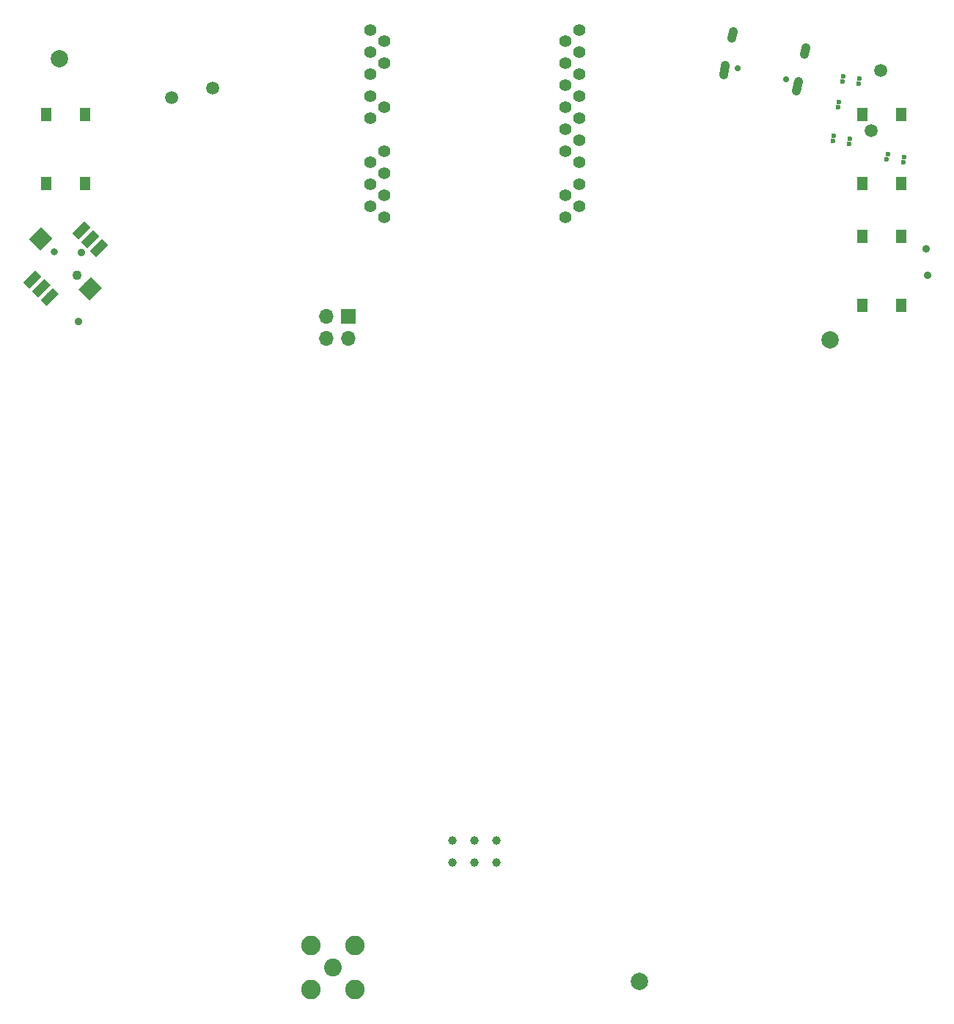
<source format=gbr>
G04 #@! TF.GenerationSoftware,KiCad,Pcbnew,6.0.0-unknown-r16647.959a4bdde.fc31*
G04 #@! TF.CreationDate,2020-02-05T23:37:17+00:00*
G04 #@! TF.ProjectId,r2,72322e6b-6963-4616-945f-706362585858,rev?*
G04 #@! TF.SameCoordinates,Original*
G04 #@! TF.FileFunction,Soldermask,Top*
G04 #@! TF.FilePolarity,Negative*
%FSLAX46Y46*%
G04 Gerber Fmt 4.6, Leading zero omitted, Abs format (unit mm)*
G04 Created by KiCad (PCBNEW 6.0.0-unknown-r16647.959a4bdde.fc31) date 2020-02-05 23:37:17*
%MOMM*%
%LPD*%
G04 APERTURE LIST*
%ADD10C,1.500000*%
%ADD11C,1.000000*%
%ADD12C,0.600000*%
%ADD13O,1.700000X1.700000*%
%ADD14R,1.700000X1.700000*%
%ADD15R,1.300000X1.550000*%
%ADD16C,2.250000*%
%ADD17C,2.050000*%
%ADD18C,0.100000*%
%ADD19C,1.800000*%
%ADD20C,0.800000*%
%ADD21C,1.100000*%
%ADD22C,2.000000*%
%ADD23C,0.900000*%
%ADD24C,1.400000*%
%ADD25C,0.650000*%
%ADD26C,0.650000*%
%ADD27C,1.000000*%
G04 APERTURE END LIST*
D10*
X-35015060Y124986377D03*
X-30234940Y126063623D03*
D11*
X-2540000Y36730000D03*
X0Y36730000D03*
X2540000Y36730000D03*
X-2540000Y39270000D03*
X0Y39270000D03*
X2540000Y39270000D03*
D12*
X49551182Y118117317D03*
X49457321Y117524704D03*
X47580713Y117821929D03*
X47674574Y118414542D03*
X43209425Y119627985D03*
X43303285Y120220598D03*
X41332817Y119925210D03*
X41426677Y120517823D03*
X41426677Y120517823D03*
X41958555Y123875964D03*
X42052415Y124468577D03*
X44304466Y126541803D03*
X44398327Y127134416D03*
X42427858Y126839029D03*
X42521719Y127431642D03*
D10*
X46873375Y128058612D03*
X45778333Y121144793D03*
D13*
X-17170400Y97155000D03*
X-14630400Y97155000D03*
X-17170400Y99695000D03*
D14*
X-14630400Y99695000D03*
D15*
X-45000000Y122975000D03*
X-45000000Y115025000D03*
X-49500000Y122975000D03*
X-49500000Y115025000D03*
X44750000Y115025000D03*
X44750000Y122975000D03*
X49250000Y115025000D03*
X49250000Y122975000D03*
X49250000Y108975000D03*
X49250000Y101025000D03*
X44750000Y108975000D03*
X44750000Y101025000D03*
D16*
X-13804900Y27116900D03*
X-13804900Y22036900D03*
X-18884900Y22036900D03*
X-18884900Y27116900D03*
D17*
X-16344900Y24576900D03*
D11*
X-50080404Y102969542D03*
D18*
G36*
X-50433957Y101908882D02*
G01*
X-51141064Y102615989D01*
X-49726851Y104030202D01*
X-49019744Y103323095D01*
X-50433957Y101908882D01*
X-50433957Y101908882D01*
G37*
D11*
X-51088032Y103977169D03*
D18*
G36*
X-51441585Y102916509D02*
G01*
X-52148692Y103623616D01*
X-50734479Y105037829D01*
X-50027372Y104330722D01*
X-51441585Y102916509D01*
X-51441585Y102916509D01*
G37*
D11*
X-49072777Y101961915D03*
D18*
G36*
X-49426330Y100901255D02*
G01*
X-50133437Y101608362D01*
X-48719224Y103022575D01*
X-48012117Y102315468D01*
X-49426330Y100901255D01*
X-49426330Y100901255D01*
G37*
D11*
X-43415923Y107618769D03*
D18*
G36*
X-43769476Y106558109D02*
G01*
X-44476583Y107265216D01*
X-43062370Y108679429D01*
X-42355263Y107972322D01*
X-43769476Y106558109D01*
X-43769476Y106558109D01*
G37*
D11*
X-44423550Y108626396D03*
D18*
G36*
X-44777103Y107565736D02*
G01*
X-45484210Y108272843D01*
X-44069997Y109687056D01*
X-43362890Y108979949D01*
X-44777103Y107565736D01*
X-44777103Y107565736D01*
G37*
D11*
X-45431177Y109634023D03*
D18*
G36*
X-45784730Y108573363D02*
G01*
X-46491837Y109280470D01*
X-45077624Y110694683D01*
X-44370517Y109987576D01*
X-45784730Y108573363D01*
X-45784730Y108573363D01*
G37*
D19*
X-50115759Y108661751D03*
D18*
G36*
X-50186470Y107318248D02*
G01*
X-51459262Y108591040D01*
X-50045048Y110005254D01*
X-48772256Y108732462D01*
X-50186470Y107318248D01*
X-50186470Y107318248D01*
G37*
D19*
X-44388196Y102934187D03*
D18*
G36*
X-44458907Y101590684D02*
G01*
X-45731699Y102863476D01*
X-44317485Y104277690D01*
X-43044693Y103004898D01*
X-44458907Y101590684D01*
X-44458907Y101590684D01*
G37*
D20*
X-48595480Y107141472D03*
D21*
X-45908474Y104454466D03*
D22*
X19000000Y23000000D03*
X41000000Y97000000D03*
X-48000000Y129400000D03*
D23*
X52242548Y104495600D03*
X52137850Y107493772D03*
D24*
X-10495000Y128905000D03*
X10495000Y131445000D03*
X-12065000Y130175000D03*
X-12065000Y117475000D03*
X-10495000Y116205000D03*
X-10495000Y118745000D03*
X-12065000Y122555000D03*
X12065000Y117475000D03*
X12065000Y114935000D03*
X10495000Y118745000D03*
X-12065000Y114935000D03*
X-10495000Y123825000D03*
X-12065000Y125095000D03*
X-12065000Y127635000D03*
X-10495000Y131445000D03*
X-12065000Y132715000D03*
X12065000Y122555000D03*
X-12065000Y112395000D03*
X-10495000Y113665000D03*
X10495000Y113665000D03*
X12065000Y112395000D03*
X10495000Y111125000D03*
X-10495000Y111125000D03*
X10495000Y128905000D03*
X12065000Y130175000D03*
X10495000Y126365000D03*
X12065000Y127635000D03*
X10495000Y123825000D03*
X12065000Y125095000D03*
X12065000Y120015000D03*
X10495000Y121285000D03*
X12065000Y132715000D03*
D25*
X35971494Y127074490D03*
D26*
X35971494Y127074490D02*
X35971494Y127074490D01*
D25*
X30328506Y128325510D03*
D26*
X30328506Y128325510D02*
X30328506Y128325510D01*
D11*
X38157603Y130328461D03*
D27*
X38244179Y130718979D02*
X38071027Y129937943D01*
D11*
X29722406Y132198500D03*
D27*
X29808982Y132589018D02*
X29635830Y131807982D01*
D11*
X37259379Y126276833D03*
D27*
X37378421Y126813796D02*
X37140337Y125739870D01*
D11*
X28824181Y128146871D03*
D27*
X28943223Y128683834D02*
X28705139Y127609908D01*
D23*
X-45455529Y107106958D03*
X-45734725Y99111831D03*
M02*

</source>
